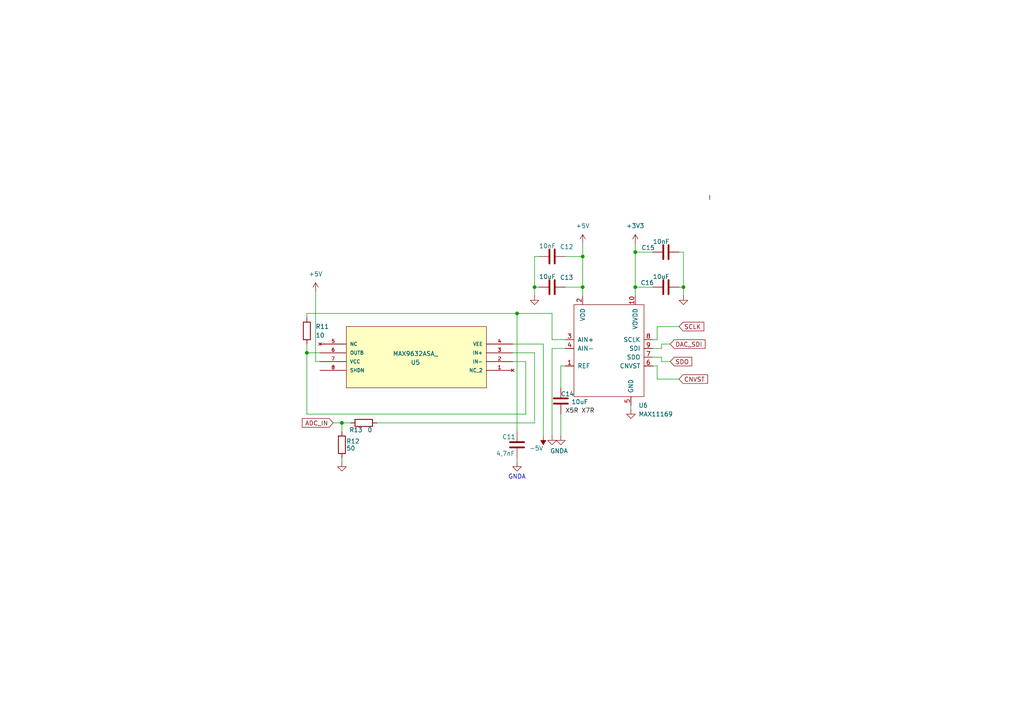
<source format=kicad_sch>
(kicad_sch (version 20231120) (generator "eeschema") (generator_version "8.0")
  (paper "A4")
  (lib_symbols
    (symbol "Device:C" (pin_numbers hide) (pin_names (offset 0.254))
      (property "Reference" "C" (at 0.635 2.54 0))
      (property "Value" "C" (at 0.635 -2.54 0))
      (symbol "C_0_1"
        (polyline (pts (xy -2.032 -0.762) (xy 2.032 -0.762)) (stroke (width 0.508)))
        (polyline (pts (xy -2.032 0.762) (xy 2.032 0.762)) (stroke (width 0.508)))
      )
      (symbol "C_1_1"
        (pin passive line (at 0 3.81 270) (length 2.794) (name "~") (number "1"))
        (pin passive line (at 0 -3.81 90) (length 2.794) (name "~") (number "2"))
      )
    )
    (symbol "Device:R" (pin_numbers hide) (pin_names (offset 0))
      (property "Reference" "R" (at 2.032 0 90))
      (property "Value" "R" (at 0 0 90))
      (symbol "R_0_1"
        (rectangle (start -1.016 -2.54) (end 1.016 2.54) (stroke (width 0.254)))
      )
      (symbol "R_1_1"
        (pin passive line (at 0 3.81 270) (length 1.27) (name "~") (number "1"))
        (pin passive line (at 0 -3.81 90) (length 1.27) (name "~") (number "2"))
      )
    )
    (symbol "MAX9632ASA_:MAX9632ASA_" (pin_names (offset 1.016))
      (property "Reference" "U" (at 23.2497 9.132 0))
      (property "Value" "MAX9632ASA_" (at 22.6177 6.5894 0))
      (symbol "MAX9632ASA__0_0"
        (rectangle (start 7.62 -12.7) (end 48.26 5.08) (stroke (width 0.1524)) (fill (type background)))
        (pin no_connect line (at 0 0 0) (length 7.62) (name "NC_2") (number "1"))
        (pin input line (at 0 -2.54 0) (length 7.62) (name "IN-") (number "2"))
        (pin input line (at 0 -5.08 0) (length 7.62) (name "IN+") (number "3"))
        (pin power_in line (at 0 -7.62 0) (length 7.62) (name "VEE") (number "4"))
        (pin no_connect line (at 55.88 -7.62 180) (length 7.62) (name "NC") (number "5"))
        (pin output line (at 55.88 -5.08 180) (length 7.62) (name "OUTB") (number "6"))
        (pin power_in line (at 55.88 -2.54 180) (length 7.62) (name "VCC") (number "7"))
        (pin passive line (at 55.88 0 180) (length 7.62) (name "SHDN") (number "8"))
      )
    )
    (symbol "max11169:MAX11169" (pin_names (offset 1.016))
      (property "Reference" "U" (at 0 -19.05 0))
      (property "Value" "MAX11169" (at 2.54 34.29 0))
      (symbol "MAX11169_0_1"
        (rectangle (start -3.81 20.32) (end 16.51 -6.35))
      )
      (symbol "MAX11169_1_1"
        (pin unspecified line (at -6.35 2.54 0) (length 2.54) (name "REF") (number "1"))
        (pin power_in line (at 13.97 22.86 270) (length 2.54) (name "VOVDD") (number "10"))
        (pin power_in line (at -1.27 22.86 270) (length 2.54) (name "VDD") (number "2"))
        (pin input line (at -6.35 10.16 0) (length 2.54) (name "AIN+") (number "3"))
        (pin input line (at -6.35 7.62 0) (length 2.54) (name "AIN-") (number "4"))
        (pin power_in line (at 12.7 -8.89 90) (length 2.54) (name "GND") (number "5"))
        (pin input line (at 19.05 2.54 180) (length 2.54) (name "CNVST") (number "6"))
        (pin output line (at 19.05 5.08 180) (length 2.54) (name "SDO") (number "7"))
        (pin input line (at 19.05 10.16 180) (length 2.54) (name "SCLK") (number "8"))
        (pin input line (at 19.05 7.62 180) (length 2.54) (name "SDI") (number "9"))
      )
    )
    (symbol "power:+3V3" (power) (pin_numbers hide) (pin_names (offset 0) hide)
      (property "Value" "+3V3" (at 0 3.556 0))
      (symbol "+3V3_0_1"
        (polyline (pts (xy -0.762 1.27) (xy 0 2.54)))
        (polyline (pts (xy 0 0) (xy 0 2.54)))
        (polyline (pts (xy 0 2.54) (xy 0.762 1.27)))
      )
      (symbol "+3V3_1_1"
        (pin power_in line (at 0 0 90) (length 0) (name "~") (number "1"))
      )
    )
    (symbol "power:+5V" (power) (pin_numbers hide) (pin_names (offset 0) hide)
      (property "Value" "+5V" (at 0 3.556 0))
      (symbol "+5V_0_1"
        (polyline (pts (xy -0.762 1.27) (xy 0 2.54)))
        (polyline (pts (xy 0 0) (xy 0 2.54)))
        (polyline (pts (xy 0 2.54) (xy 0.762 1.27)))
      )
      (symbol "+5V_1_1"
        (pin power_in line (at 0 0 90) (length 0) (name "~") (number "1"))
      )
    )
    (symbol "power:-5V" (power) (pin_numbers hide) (pin_names (offset 0) hide)
      (property "Value" "-5V" (at 0 3.556 0))
      (symbol "-5V_0_0"
        (pin power_in line (at 0 0 90) (length 0) (name "~") (number "1"))
      )
      (symbol "-5V_0_1"
        (polyline (pts (xy 0 0) (xy 0 1.27) (xy 0.762 1.27) (xy 0 2.54) (xy -0.762 1.27) (xy 0 1.27)) (fill (type outline)))
      )
    )
    (symbol "power:GND" (power) (pin_numbers hide) (pin_names (offset 0) hide)
      (property "Value" "GND" (at 0 -3.81 0))
      (symbol "GND_0_1"
        (polyline (pts (xy 0 0) (xy 0 -1.27) (xy 1.27 -1.27) (xy 0 -2.54) (xy -1.27 -1.27) (xy 0 -1.27)))
      )
      (symbol "GND_1_1"
        (pin power_in line (at 0 0 270) (length 0) (name "~") (number "1"))
      )
    )
    (symbol "power:GNDA" (power) (pin_numbers hide) (pin_names (offset 0) hide)
      (property "Value" "GNDA" (at 0 -3.81 0))
      (symbol "GNDA_0_1"
        (polyline (pts (xy 0 0) (xy 0 -1.27) (xy 1.27 -1.27) (xy 0 -2.54) (xy -1.27 -1.27) (xy 0 -1.27)))
      )
      (symbol "GNDA_1_1"
        (pin power_in line (at 0 0 270) (length 0) (name "~") (number "1"))
      )
    )
  )
  (junction (at 169.0105 83.285))
  (junction (at 149.9605 90.905))
  (junction (at 184.2505 83.285))
  (junction (at 89.0005 102.335))
  (junction (at 184.2505 73.125))
  (junction (at 169.0105 74.395))
  (junction (at 198.2205 83.285))
  (junction (at 155.0405 83.285))
  (junction (at 99.1605 122.655))
  (wire (pts (xy 169.0105 83.285) (xy 169.0105 85.825)))
  (wire (pts (xy 163.9305 83.285) (xy 169.0105 83.285)))
  (wire (pts (xy 189.3305 101.065) (xy 191.8705 101.065)))
  (wire (pts (xy 196.9505 73.125) (xy 198.2205 73.125)))
  (wire (pts (xy 191.8705 104.875) (xy 194.4105 104.875)))
  (wire (pts (xy 169.0105 74.395) (xy 169.0105 83.285)))
  (wire (pts (xy 184.2505 83.285) (xy 189.3305 83.285)))
  (wire (pts (xy 99.1605 132.815) (xy 99.1605 134.085)))
  (wire (pts (xy 152.5005 104.875) (xy 152.5005 120.115)))
  (wire (pts (xy 157.5805 99.795) (xy 157.5805 126.465)))
  (wire (pts (xy 163.9305 106.145) (xy 162.6605 106.145)))
  (wire (pts (xy 198.2205 83.285) (xy 198.2205 85.825)))
  (wire (pts (xy 91.5405 84.555) (xy 91.5405 104.875)))
  (wire (pts (xy 162.6605 106.145) (xy 162.6605 112.495)))
  (wire (pts (xy 191.8705 103.605) (xy 191.8705 104.875)))
  (wire (pts (xy 184.2505 73.125) (xy 184.2505 83.285)))
  (wire (pts (xy 189.3305 98.525) (xy 190.6005 98.525)))
  (wire (pts (xy 155.0405 102.335) (xy 155.0405 122.655)))
  (wire (pts (xy 160.1205 98.525) (xy 163.9305 98.525)))
  (wire (pts (xy 191.8705 99.795) (xy 194.4105 99.795)))
  (wire (pts (xy 190.6005 94.715) (xy 196.9505 94.715)))
  (wire (pts (xy 155.0405 83.285) (xy 156.3105 83.285)))
  (wire (pts (xy 182.9805 117.575) (xy 182.9805 118.845)))
  (wire (pts (xy 163.9305 74.395) (xy 169.0105 74.395)))
  (wire (pts (xy 99.1605 122.655) (xy 99.1605 125.195)))
  (wire (pts (xy 190.6005 106.145) (xy 190.6005 109.955)))
  (wire (pts (xy 190.6005 94.715) (xy 190.6005 98.525)))
  (wire (pts (xy 149.9605 132.815) (xy 149.9605 134.085)))
  (wire (pts (xy 148.6905 104.875) (xy 152.5005 104.875)))
  (wire (pts (xy 155.0405 83.285) (xy 155.0405 85.825)))
  (wire (pts (xy 163.9305 101.065) (xy 160.1205 101.065)))
  (wire (pts (xy 184.2505 73.125) (xy 189.3305 73.125)))
  (wire (pts (xy 89.0005 90.905) (xy 149.9605 90.905)))
  (wire (pts (xy 89.0005 120.115) (xy 152.5005 120.115)))
  (wire (pts (xy 162.6605 120.115) (xy 162.6605 126.465)))
  (wire (pts (xy 148.6905 99.795) (xy 157.5805 99.795)))
  (wire (pts (xy 191.8705 101.065) (xy 191.8705 99.795)))
  (wire (pts (xy 190.6005 109.955) (xy 196.9505 109.955)))
  (wire (pts (xy 155.0405 74.395) (xy 156.3105 74.395)))
  (wire (pts (xy 160.1205 90.905) (xy 160.1205 98.525)))
  (polyline (pts (xy 205.8405 56.615) (xy 205.8405 57.885)))
  (wire (pts (xy 196.9505 83.285) (xy 198.2205 83.285)))
  (wire (pts (xy 148.6905 102.335) (xy 155.0405 102.335)))
  (wire (pts (xy 89.0005 120.115) (xy 89.0005 102.335)))
  (wire (pts (xy 198.2205 73.125) (xy 198.2205 83.285)))
  (wire (pts (xy 109.3205 122.655) (xy 155.0405 122.655)))
  (wire (pts (xy 184.2505 70.585) (xy 184.2505 73.125)))
  (wire (pts (xy 149.9605 90.905) (xy 149.9605 125.195)))
  (wire (pts (xy 155.0405 83.285) (xy 155.0405 74.395)))
  (wire (pts (xy 92.8105 104.875) (xy 91.5405 104.875)))
  (wire (pts (xy 89.0005 90.905) (xy 89.0005 92.175)))
  (wire (pts (xy 160.1205 101.065) (xy 160.1205 126.465)))
  (wire (pts (xy 96.6205 122.655) (xy 99.1605 122.655)))
  (wire (pts (xy 99.1605 122.655) (xy 101.7005 122.655)))
  (wire (pts (xy 184.2505 83.285) (xy 184.2505 85.825)))
  (wire (pts (xy 89.0005 99.795) (xy 89.0005 102.335)))
  (wire (pts (xy 189.3305 103.605) (xy 191.8705 103.605)))
  (wire (pts (xy 189.3305 106.145) (xy 190.6005 106.145)))
  (wire (pts (xy 89.0005 102.335) (xy 92.8105 102.335)))
  (wire (pts (xy 149.9605 90.905) (xy 160.1205 90.905)))
  (wire (pts (xy 169.0105 70.585) (xy 169.0105 74.395)))
  (text "GNDA\n" (at 149.9605 138.403 0) (effects (font (size 1.27 1.27))))
  (label "X5R X7R" (at 163.9305 120.115 0))
  (global_label "DAC_SDI" (shape input) (at 194.4105 99.795 0) (property "Intersheetrefs" "${INTERSHEET_REFS}" (effects (hide yes))))
  (global_label "SDO" (shape input) (at 194.4105 104.875 0) (property "Intersheetrefs" "${INTERSHEET_REFS}" (effects (hide yes))))
  (global_label "SCLK" (shape input) (at 196.9505 94.715 0) (property "Intersheetrefs" "${INTERSHEET_REFS}" (effects (hide yes))))
  (global_label "CNVST" (shape input) (at 196.9505 109.955 0) (property "Intersheetrefs" "${INTERSHEET_REFS}" (effects (hide yes))))
  (global_label "ADC_IN" (shape input) (at 96.6205 122.655 180) (property "Intersheetrefs" "${INTERSHEET_REFS}" (effects (hide yes))))
  (symbol (lib_id "max11169:MAX11169") (at 170.2805 108.685 0) (unit 1)
    (property "Reference" "U6" (at 185.1746 117.575 0) (effects (justify left)))
    (property "Value" "MAX11169" (at 185.1746 120.115 0) (effects (justify left)))
    (property "Footprint" "Package_SO:MSOP-10-1EP_3x3mm_P0.5mm_EP1.68x1.88mm" (effects (hide yes)))
  )
  (symbol (lib_id "power:GND") (at 155.0405 85.825 0) (unit 1)
    (property "Reference" "#PWR023" (effects (hide yes)))
    (property "Value" "GND" (effects (hide yes)))
    (property "Description" "Power symbol creates a global label with name \"GND\" , ground" (effects (hide yes)))
  )
  (symbol (lib_id "Device:C") (at 193.1405 73.125 270) (unit 1)
    (property "Reference" "C15" (at 186.0285 71.855 90) (effects (justify left)))
    (property "Value" "10nF" (at 189.3305 70.077 90) (effects (justify left)))
    (property "Footprint" "Resistor_SMD:R_0805_2012Metric" (effects (hide yes)))
    (property "Description" "Unpolarized capacitor" (effects (hide yes)))
  )
  (symbol (lib_id "power:+5V") (at 169.0105 70.585 0) (unit 1)
    (property "Reference" "#PWR027" (effects (hide yes)))
    (property "Value" "+5V" (at 169.0105 65.505 0))
    (property "Description" "Power symbol creates a global label with name \"+5V\"" (effects (hide yes)))
  )
  (symbol (lib_id "power:-5V") (at 157.5805 126.465 180) (unit 1)
    (property "Reference" "#PWR024" (effects (hide yes)))
    (property "Value" "-5V" (at 155.5485 130.021 0))
    (property "Description" "Power symbol creates a global label with name \"-5V\"" (effects (hide yes)))
  )
  (symbol (lib_id "Device:R") (at 105.5105 122.655 90) (unit 1)
    (property "Reference" "R13" (at 103.2245 124.687 90))
    (property "Value" "0" (at 107.2885 124.687 90))
    (property "Footprint" "Resistor_SMD:R_0805_2012Metric" (effects (hide yes)))
    (property "Description" "Resistor" (effects (hide yes)))
  )
  (symbol (lib_id "power:+5V") (at 91.5405 84.555 0) (unit 1)
    (property "Reference" "#PWR019" (effects (hide yes)))
    (property "Value" "+5V" (at 91.5405 79.475 0))
    (property "Description" "Power symbol creates a global label with name \"+5V\"" (effects (hide yes)))
  )
  (symbol (lib_id "power:GNDA") (at 160.1205 126.465 0) (unit 1)
    (property "Reference" "#PWR025" (effects (hide yes)))
    (property "Value" "GNDA" (at 162.1525 130.783 0))
    (property "Description" "Power symbol creates a global label with name \"GNDA\" , analog ground" (effects (hide yes)))
  )
  (symbol (lib_id "power:GND") (at 198.2205 85.825 0) (unit 1)
    (property "Reference" "#PWR030" (effects (hide yes)))
    (property "Value" "GND" (effects (hide yes)))
    (property "Description" "Power symbol creates a global label with name \"GND\" , ground" (effects (hide yes)))
  )
  (symbol (lib_id "Device:C") (at 160.1205 74.395 270) (unit 1)
    (property "Reference" "C12" (at 162.4065 71.601 90) (effects (justify left)))
    (property "Value" "10nF" (at 156.3105 71.347 90) (effects (justify left)))
    (property "Footprint" "Resistor_SMD:R_0805_2012Metric" (effects (hide yes)))
    (property "Description" "Unpolarized capacitor" (effects (hide yes)))
  )
  (symbol (lib_id "power:+3V3") (at 184.2505 70.585 0) (unit 1)
    (property "Reference" "#PWR029" (effects (hide yes)))
    (property "Value" "+3V3" (at 184.2505 65.505 0))
    (property "Description" "Power symbol creates a global label with name \"+3V3\"" (effects (hide yes)))
  )
  (symbol (lib_id "MAX9632ASA_:MAX9632ASA_") (at 148.6905 107.415 180) (unit 1)
    (property "Reference" "U5" (at 120.4965 105.129 0))
    (property "Value" "MAX9632ASA_" (at 120.4965 102.589 0))
    (property "Footprint" "Package_SO:SOIC-8-1EP_3.9x4.9mm_P1.27mm_EP2.29x3mm" (effects (hide yes)))
    (property "MF" "Analog Devices" (effects (hide yes)))
    (property "VENDOR" "MAXIM" (effects (hide yes)))
    (property "Description_1" "\n36V, Precision, Low-Noise, Wide-Band Amplifier\n" (effects (hide yes)))
    (property "Package" "SOIC-8 Maxim" (effects (hide yes)))
    (property "Price" "None" (effects (hide yes)))
    (property "Check_prices" "https://www.snapeda.com/parts/MAX9632ASA+/Analog+Devices/view-part/?ref=eda" (effects (hide yes)))
    (property "SnapEDA_Link" "https://www.snapeda.com/parts/MAX9632ASA+/Analog+Devices/view-part/?ref=snap" (effects (hide yes)))
    (property "MP" "MAX9632ASA+" (effects (hide yes)))
    (property "Availability" "In Stock" (effects (hide yes)))
    (property "MANUFACTURER_PART_NUMBER" "max9632asa+t" (effects (hide yes)))
  )
  (symbol (lib_id "Device:C") (at 162.6605 116.305 0) (unit 1)
    (property "Reference" "C14" (at 162.6605 114.273 0) (effects (justify left)))
    (property "Value" "10uF" (at 165.7085 116.559 0) (effects (justify left)))
    (property "Footprint" "Resistor_SMD:R_1206_3216Metric" (effects (hide yes)))
    (property "Description" "Unpolarized capacitor" (effects (hide yes)))
  )
  (symbol (lib_id "Device:R") (at 99.1605 129.005 0) (unit 1)
    (property "Reference" "R12" (at 100.4305 127.989 0) (effects (justify left)))
    (property "Value" "50" (at 100.4305 130.021 0) (effects (justify left)))
    (property "Footprint" "Resistor_SMD:R_0805_2012Metric" (effects (hide yes)))
    (property "Description" "Resistor" (effects (hide yes)))
  )
  (symbol (lib_id "Device:C") (at 193.1405 83.285 270) (unit 1)
    (property "Reference" "C16" (at 185.7745 82.015 90) (effects (justify left)))
    (property "Value" "10uF" (at 189.3305 80.237 90) (effects (justify left)))
    (property "Footprint" "Resistor_SMD:R_0805_2012Metric" (effects (hide yes)))
    (property "Description" "Unpolarized capacitor" (effects (hide yes)))
  )
  (symbol (lib_id "Device:C") (at 160.1205 83.285 270) (unit 1)
    (property "Reference" "C13" (at 162.4065 80.491 90) (effects (justify left)))
    (property "Value" "10uF" (at 156.3105 80.237 90) (effects (justify left)))
    (property "Footprint" "Resistor_SMD:R_0805_2012Metric" (effects (hide yes)))
    (property "Description" "Unpolarized capacitor" (effects (hide yes)))
  )
  (symbol (lib_id "power:GND") (at 182.9805 118.845 0) (unit 1)
    (property "Reference" "#PWR028" (effects (hide yes)))
    (property "Value" "GND" (effects (hide yes)))
    (property "Description" "Power symbol creates a global label with name \"GND\" , ground" (effects (hide yes)))
  )
  (symbol (lib_id "Device:R") (at 89.0005 95.985 180) (unit 1)
    (property "Reference" "R11" (at 91.5405 94.7149 0) (effects (justify right)))
    (property "Value" "10" (at 91.5405 97.2549 0) (effects (justify right)))
    (property "Footprint" "Resistor_SMD:R_0805_2012Metric" (effects (hide yes)))
    (property "Description" "Resistor" (effects (hide yes)))
  )
  (symbol (lib_id "Device:C") (at 149.9605 129.005 0) (unit 1)
    (property "Reference" "C11" (at 145.6425 126.719 0) (effects (justify left)))
    (property "Value" "4,7nF" (at 143.8645 131.545 0) (effects (justify left)))
    (property "Footprint" "Resistor_SMD:R_0805_2012Metric" (effects (hide yes)))
    (property "Description" "Unpolarized capacitor" (effects (hide yes)))
  )
  (symbol (lib_id "power:GNDA") (at 149.9605 134.085 0) (unit 1)
    (property "Reference" "#PWR022" (effects (hide yes)))
    (property "Value" "GNDA" (effects (hide yes)))
    (property "Description" "Power symbol creates a global label with name \"GNDA\" , analog ground" (effects (hide yes)))
  )
  (symbol (lib_id "power:GNDA") (at 162.6605 126.465 0) (unit 1)
    (property "Reference" "#PWR026" (effects (hide yes)))
    (property "Value" "GNDA" (effects (hide yes)))
    (property "Description" "Power symbol creates a global label with name \"GNDA\" , analog ground" (effects (hide yes)))
  )
  (symbol (lib_id "power:GND") (at 99.1605 134.085 0) (unit 1)
    (property "Reference" "#PWR020" (effects (hide yes)))
    (property "Value" "GND" (effects (hide yes)))
    (property "Description" "Power symbol creates a global label with name \"GND\" , ground" (effects (hide yes)))
  )
)
</source>
